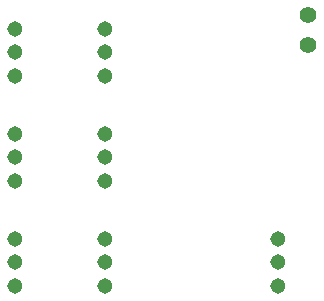
<source format=gbs>
G04 (created by PCBNEW-RS274X (2011-05-25)-stable) date Sun 16 Mar 2014 03:21:54 PM CDT*
G01*
G70*
G90*
%MOIN*%
G04 Gerber Fmt 3.4, Leading zero omitted, Abs format*
%FSLAX34Y34*%
G04 APERTURE LIST*
%ADD10C,0.006000*%
%ADD11C,0.051400*%
%ADD12C,0.055200*%
G04 APERTURE END LIST*
G54D10*
G54D11*
X20950Y-17350D03*
X20950Y-18137D03*
X20950Y-16563D03*
X15200Y-17350D03*
X15200Y-18137D03*
X15200Y-16563D03*
X12200Y-17350D03*
X12200Y-18137D03*
X12200Y-16563D03*
X15200Y-13850D03*
X15200Y-14637D03*
X15200Y-13063D03*
X12200Y-13850D03*
X12200Y-14637D03*
X12200Y-13063D03*
X15200Y-10350D03*
X15200Y-11137D03*
X15200Y-09563D03*
X12200Y-10350D03*
X12200Y-11137D03*
X12200Y-09563D03*
G54D12*
X21950Y-09100D03*
X21950Y-10100D03*
M02*

</source>
